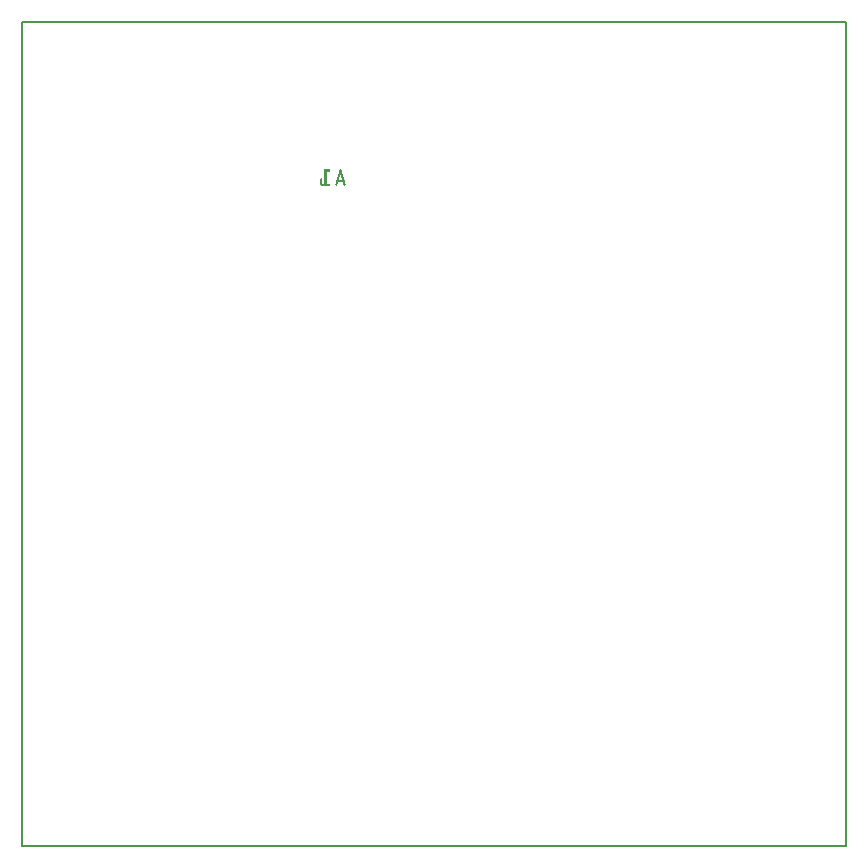
<source format=gbo>
G04 MADE WITH FRITZING*
G04 WWW.FRITZING.ORG*
G04 DOUBLE SIDED*
G04 HOLES PLATED*
G04 CONTOUR ON CENTER OF CONTOUR VECTOR*
%ASAXBY*%
%FSLAX23Y23*%
%MOIN*%
%OFA0B0*%
%SFA1.0B1.0*%
%ADD10R,2.755910X2.755910X2.739910X2.739910*%
%ADD11C,0.008000*%
%ADD12R,0.001000X0.001000*%
%LNSILK0*%
G90*
G70*
G54D11*
X4Y2752D02*
X2752Y2752D01*
X2752Y4D01*
X4Y4D01*
X4Y2752D01*
D02*
G54D12*
X1013Y2259D02*
X1031Y2259D01*
X1064Y2259D02*
X1067Y2259D01*
X1013Y2258D02*
X1032Y2258D01*
X1063Y2258D02*
X1068Y2258D01*
X1013Y2257D02*
X1032Y2257D01*
X1063Y2257D02*
X1069Y2257D01*
X1013Y2256D02*
X1032Y2256D01*
X1063Y2256D02*
X1069Y2256D01*
X1013Y2255D02*
X1032Y2255D01*
X1062Y2255D02*
X1069Y2255D01*
X1013Y2254D02*
X1032Y2254D01*
X1062Y2254D02*
X1070Y2254D01*
X1013Y2253D02*
X1030Y2253D01*
X1062Y2253D02*
X1070Y2253D01*
X1013Y2252D02*
X1019Y2252D01*
X1061Y2252D02*
X1070Y2252D01*
X1013Y2251D02*
X1019Y2251D01*
X1061Y2251D02*
X1070Y2251D01*
X1013Y2250D02*
X1019Y2250D01*
X1061Y2250D02*
X1071Y2250D01*
X1013Y2249D02*
X1019Y2249D01*
X1060Y2249D02*
X1071Y2249D01*
X1013Y2248D02*
X1019Y2248D01*
X1060Y2248D02*
X1071Y2248D01*
X1013Y2247D02*
X1019Y2247D01*
X1060Y2247D02*
X1072Y2247D01*
X1013Y2246D02*
X1019Y2246D01*
X1060Y2246D02*
X1072Y2246D01*
X1013Y2245D02*
X1019Y2245D01*
X1059Y2245D02*
X1072Y2245D01*
X1013Y2244D02*
X1019Y2244D01*
X1059Y2244D02*
X1072Y2244D01*
X1013Y2243D02*
X1019Y2243D01*
X1059Y2243D02*
X1073Y2243D01*
X1013Y2242D02*
X1019Y2242D01*
X1058Y2242D02*
X1065Y2242D01*
X1067Y2242D02*
X1073Y2242D01*
X1013Y2241D02*
X1019Y2241D01*
X1058Y2241D02*
X1065Y2241D01*
X1067Y2241D02*
X1073Y2241D01*
X1013Y2240D02*
X1019Y2240D01*
X1058Y2240D02*
X1064Y2240D01*
X1067Y2240D02*
X1074Y2240D01*
X1013Y2239D02*
X1019Y2239D01*
X1058Y2239D02*
X1064Y2239D01*
X1068Y2239D02*
X1074Y2239D01*
X1013Y2238D02*
X1019Y2238D01*
X1057Y2238D02*
X1064Y2238D01*
X1068Y2238D02*
X1074Y2238D01*
X1013Y2237D02*
X1019Y2237D01*
X1057Y2237D02*
X1063Y2237D01*
X1068Y2237D02*
X1075Y2237D01*
X1013Y2236D02*
X1019Y2236D01*
X1057Y2236D02*
X1063Y2236D01*
X1068Y2236D02*
X1075Y2236D01*
X1013Y2235D02*
X1019Y2235D01*
X1056Y2235D02*
X1063Y2235D01*
X1069Y2235D02*
X1075Y2235D01*
X1013Y2234D02*
X1019Y2234D01*
X1056Y2234D02*
X1062Y2234D01*
X1069Y2234D02*
X1075Y2234D01*
X1013Y2233D02*
X1019Y2233D01*
X1056Y2233D02*
X1062Y2233D01*
X1069Y2233D02*
X1076Y2233D01*
X1013Y2232D02*
X1019Y2232D01*
X1056Y2232D02*
X1062Y2232D01*
X1070Y2232D02*
X1076Y2232D01*
X1013Y2231D02*
X1019Y2231D01*
X1055Y2231D02*
X1062Y2231D01*
X1070Y2231D02*
X1076Y2231D01*
X1001Y2230D02*
X1003Y2230D01*
X1013Y2230D02*
X1019Y2230D01*
X1055Y2230D02*
X1061Y2230D01*
X1070Y2230D02*
X1077Y2230D01*
X1000Y2229D02*
X1004Y2229D01*
X1013Y2229D02*
X1019Y2229D01*
X1055Y2229D02*
X1061Y2229D01*
X1071Y2229D02*
X1077Y2229D01*
X999Y2228D02*
X1005Y2228D01*
X1013Y2228D02*
X1019Y2228D01*
X1054Y2228D02*
X1061Y2228D01*
X1071Y2228D02*
X1077Y2228D01*
X999Y2227D02*
X1005Y2227D01*
X1013Y2227D02*
X1019Y2227D01*
X1054Y2227D02*
X1060Y2227D01*
X1071Y2227D02*
X1077Y2227D01*
X999Y2226D02*
X1005Y2226D01*
X1013Y2226D02*
X1019Y2226D01*
X1054Y2226D02*
X1060Y2226D01*
X1071Y2226D02*
X1078Y2226D01*
X999Y2225D02*
X1005Y2225D01*
X1013Y2225D02*
X1019Y2225D01*
X1054Y2225D02*
X1060Y2225D01*
X1072Y2225D02*
X1078Y2225D01*
X999Y2224D02*
X1005Y2224D01*
X1013Y2224D02*
X1019Y2224D01*
X1053Y2224D02*
X1078Y2224D01*
X999Y2223D02*
X1005Y2223D01*
X1013Y2223D02*
X1019Y2223D01*
X1053Y2223D02*
X1079Y2223D01*
X999Y2222D02*
X1005Y2222D01*
X1013Y2222D02*
X1019Y2222D01*
X1053Y2222D02*
X1079Y2222D01*
X999Y2221D02*
X1005Y2221D01*
X1013Y2221D02*
X1019Y2221D01*
X1052Y2221D02*
X1079Y2221D01*
X999Y2220D02*
X1005Y2220D01*
X1013Y2220D02*
X1019Y2220D01*
X1052Y2220D02*
X1079Y2220D01*
X999Y2219D02*
X1005Y2219D01*
X1013Y2219D02*
X1019Y2219D01*
X1052Y2219D02*
X1080Y2219D01*
X999Y2218D02*
X1005Y2218D01*
X1013Y2218D02*
X1019Y2218D01*
X1051Y2218D02*
X1080Y2218D01*
X999Y2217D02*
X1005Y2217D01*
X1013Y2217D02*
X1019Y2217D01*
X1051Y2217D02*
X1057Y2217D01*
X1074Y2217D02*
X1080Y2217D01*
X999Y2216D02*
X1005Y2216D01*
X1013Y2216D02*
X1019Y2216D01*
X1051Y2216D02*
X1057Y2216D01*
X1074Y2216D02*
X1081Y2216D01*
X999Y2215D02*
X1005Y2215D01*
X1013Y2215D02*
X1019Y2215D01*
X1051Y2215D02*
X1057Y2215D01*
X1075Y2215D02*
X1081Y2215D01*
X999Y2214D02*
X1005Y2214D01*
X1013Y2214D02*
X1019Y2214D01*
X1050Y2214D02*
X1057Y2214D01*
X1075Y2214D02*
X1081Y2214D01*
X999Y2213D02*
X1005Y2213D01*
X1013Y2213D02*
X1019Y2213D01*
X1050Y2213D02*
X1056Y2213D01*
X1075Y2213D02*
X1082Y2213D01*
X999Y2212D02*
X1031Y2212D01*
X1050Y2212D02*
X1056Y2212D01*
X1076Y2212D02*
X1082Y2212D01*
X999Y2211D02*
X1032Y2211D01*
X1049Y2211D02*
X1056Y2211D01*
X1076Y2211D02*
X1082Y2211D01*
X999Y2210D02*
X1032Y2210D01*
X1049Y2210D02*
X1055Y2210D01*
X1076Y2210D02*
X1082Y2210D01*
X999Y2209D02*
X1032Y2209D01*
X1049Y2209D02*
X1055Y2209D01*
X1076Y2209D02*
X1083Y2209D01*
X999Y2208D02*
X1032Y2208D01*
X1049Y2208D02*
X1055Y2208D01*
X1077Y2208D02*
X1082Y2208D01*
X1000Y2207D02*
X1032Y2207D01*
X1050Y2207D02*
X1054Y2207D01*
X1077Y2207D02*
X1082Y2207D01*
X1001Y2206D02*
X1031Y2206D01*
X1051Y2206D02*
X1053Y2206D01*
X1078Y2206D02*
X1081Y2206D01*
D02*
G04 End of Silk0*
M02*
</source>
